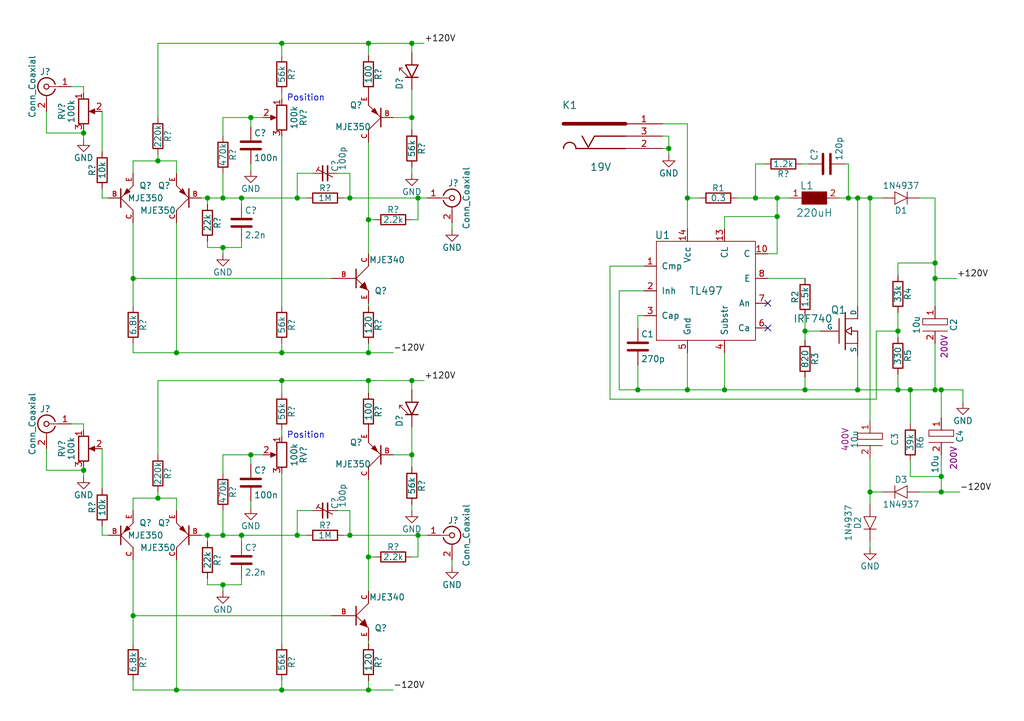
<source format=kicad_sch>
(kicad_sch (version 20211123) (generator eeschema)
  (paper "A5")
  (lib_symbols
    (symbol "BC307_1" (pin_names (offset 1.016) hide)
      (property "Reference" "Q" (at -1.016 3.556 0))
      (property "Value" "BC307_1" (at 5.334 1.524 0))
      (symbol "BC307_1_0_1"
        (polyline (pts (xy 0 0) (xy 2.54 2.54)))
        (polyline (pts (xy 0 1.905) (xy 0 -1.905) (xy 0 -1.905)) (stroke (width 0.254)) (fill (type outline)))
        (polyline (pts (xy 0.635 -0.635) (xy 0 0) (xy 0 0)))
        (polyline (pts (xy 2.54 -2.54) (xy 1.651 -1.651) (xy 1.651 -1.651)))
        (polyline (pts (xy 0.635 -0.635) (xy 1.27 -1.905) (xy 1.905 -1.27) (xy 0.635 -0.635) (xy 0.635 -0.635)) (fill (type outline)))
      )
      (symbol "BC307_1_1_1"
        (pin input line (at -2.54 0 0) (length 2.54) (name "B") (number "B"))
        (pin passive line (at 2.54 5.08 270) (length 2.54) (name "C") (number "C"))
        (pin passive line (at 2.54 -5.08 90) (length 2.54) (name "E") (number "E"))
      )
    )
    (symbol "BC307_2" (pin_names (offset 1.016) hide)
      (property "Reference" "Q" (at -1.016 3.556 0))
      (property "Value" "BC307_2" (at 5.334 1.524 0))
      (symbol "BC307_2_0_1"
        (polyline (pts (xy 0 0) (xy 2.54 2.54)))
        (polyline (pts (xy 0 1.905) (xy 0 -1.905) (xy 0 -1.905)) (stroke (width 0.254)) (fill (type outline)))
        (polyline (pts (xy 0.635 -0.635) (xy 0 0) (xy 0 0)))
        (polyline (pts (xy 2.54 -2.54) (xy 1.651 -1.651) (xy 1.651 -1.651)))
        (polyline (pts (xy 0.635 -0.635) (xy 1.27 -1.905) (xy 1.905 -1.27) (xy 0.635 -0.635) (xy 0.635 -0.635)) (fill (type outline)))
      )
      (symbol "BC307_2_1_1"
        (pin input line (at -2.54 0 0) (length 2.54) (name "B") (number "B"))
        (pin passive line (at 2.54 5.08 270) (length 2.54) (name "C") (number "C"))
        (pin passive line (at 2.54 -5.08 90) (length 2.54) (name "E") (number "E"))
      )
    )
    (symbol "Connector:Conn_Coaxial" (pin_names (offset 1.016) hide)
      (property "Reference" "J" (at 0.254 3.048 0))
      (property "Value" "Conn_Coaxial" (at 2.921 0 90))
      (symbol "Conn_Coaxial_0_1"
        (arc (start -1.778 -0.508) (mid 0.2311 -1.8066) (end 1.778 0) (stroke (width 0.254)))
        (polyline (pts (xy -2.54 0) (xy -0.508 0)))
        (polyline (pts (xy 0 -2.54) (xy 0 -1.778)))
        (circle (center 0 0) (radius 0.508) (stroke (width 0.2032)))
        (arc (start 1.778 0) (mid 0.2099 1.8101) (end -1.778 0.508) (stroke (width 0.254)))
      )
      (symbol "Conn_Coaxial_1_1"
        (pin passive line (at -5.08 0 0) (length 2.54) (name "In") (number "1"))
        (pin passive line (at 0 -5.08 90) (length 2.54) (name "Ext") (number "2"))
      )
    )
    (symbol "Device:C" (pin_numbers hide) (pin_names (offset 0.254))
      (property "Reference" "C" (at 0.635 2.54 0))
      (property "Value" "C" (at 0.635 -2.54 0))
      (symbol "C_0_1"
        (polyline (pts (xy -2.032 -0.762) (xy 2.032 -0.762)) (stroke (width 0.508)))
        (polyline (pts (xy -2.032 0.762) (xy 2.032 0.762)) (stroke (width 0.508)))
      )
      (symbol "C_1_1"
        (pin passive line (at 0 3.81 270) (length 2.794) (name "~") (number "1"))
        (pin passive line (at 0 -3.81 90) (length 2.794) (name "~") (number "2"))
      )
    )
    (symbol "Device:C_Trim_Small" (pin_numbers hide) (pin_names (offset 0.254) hide)
      (property "Reference" "C" (at 1.524 -2.032 0))
      (property "Value" "C_Trim_Small" (at 3.048 -3.556 0))
      (symbol "C_Trim_Small_0_1"
        (polyline (pts (xy -1.524 -0.508) (xy 1.524 -0.508)) (stroke (width 0.3048)))
        (polyline (pts (xy -1.524 0.508) (xy 1.524 0.508)) (stroke (width 0.3048)))
        (polyline (pts (xy 0.762 1.524) (xy -0.762 -1.524)) (stroke (width 0.1778)))
        (polyline (pts (xy 1.27 1.27) (xy 0.381 1.778)) (stroke (width 0.1778)))
      )
      (symbol "C_Trim_Small_1_1"
        (pin passive line (at 0 2.54 270) (length 2.032) (name "~") (number "1"))
        (pin passive line (at 0 -2.54 90) (length 2.032) (name "~") (number "2"))
      )
    )
    (symbol "Device:R" (pin_numbers hide) (pin_names (offset 0))
      (property "Reference" "R" (at 2.032 0 90))
      (property "Value" "R" (at 0 0 90))
      (symbol "R_0_1"
        (rectangle (start -1.016 -2.54) (end 1.016 2.54) (stroke (width 0.254)))
      )
      (symbol "R_1_1"
        (pin passive line (at 0 3.81 270) (length 1.27) (name "~") (number "1"))
        (pin passive line (at 0 -3.81 90) (length 1.27) (name "~") (number "2"))
      )
    )
    (symbol "Device:R_Potentiometer" (pin_names (offset 1.016) hide)
      (property "Reference" "RV" (at -4.445 0 90))
      (property "Value" "R_Potentiometer" (at -2.54 0 90))
      (symbol "R_Potentiometer_0_1"
        (polyline (pts (xy 2.54 0) (xy 1.524 0)))
        (polyline (pts (xy 1.143 0) (xy 2.286 0.508) (xy 2.286 -0.508) (xy 1.143 0)) (fill (type outline)))
        (rectangle (start 1.016 2.54) (end -1.016 -2.54) (stroke (width 0.254)))
      )
      (symbol "R_Potentiometer_1_1"
        (pin passive line (at 0 3.81 270) (length 1.27) (name "1") (number "1"))
        (pin passive line (at 3.81 0 180) (length 1.27) (name "2") (number "2"))
        (pin passive line (at 0 -3.81 90) (length 1.27) (name "3") (number "3"))
      )
    )
    (symbol "power:GND" (power) (pin_names (offset 0))
      (property "Value" "GND" (at 0 -3.81 0))
      (symbol "GND_0_1"
        (polyline (pts (xy 0 0) (xy 0 -1.27) (xy 1.27 -1.27) (xy 0 -2.54) (xy -1.27 -1.27) (xy 0 -1.27)))
      )
      (symbol "GND_1_1"
        (pin power_in line (at 0 0 270) (length 0) hide (name "GND") (number "1"))
      )
    )
    (symbol "rg:1N4448" (pin_numbers hide) (pin_names (offset 1.016) hide)
      (property "Reference" "D" (at 0 2.54 0))
      (property "Value" "1N4448" (at 0 -2.54 0))
      (symbol "1N4448_0_1"
        (polyline (pts (xy -1.27 1.27) (xy -1.27 -1.27)))
        (polyline (pts (xy 1.27 1.27) (xy -1.27 0) (xy 1.27 -1.27) (xy 1.27 1.27)))
      )
      (symbol "1N4448_1_1"
        (pin passive line (at -3.81 0 0) (length 2.54) (name "K") (number "1"))
        (pin passive line (at 3.81 0 180) (length 2.54) (name "A") (number "2"))
      )
    )
    (symbol "rg:2N7000" (pin_numbers hide) (pin_names (offset 0))
      (property "Reference" "Q" (at 0.254 4.318 0))
      (property "Value" "2N7000" (at 0.254 -3.81 0))
      (symbol "2N7000_0_1"
        (polyline (pts (xy -1.27 -2.54) (xy -1.27 2.54)) (stroke (width 0.2032)))
        (polyline (pts (xy 0 -3.81) (xy 0 3.81)) (stroke (width 0.254)))
        (polyline (pts (xy 2.54 -2.54) (xy 0 -2.54)))
        (polyline (pts (xy 2.54 2.54) (xy 0 2.54)))
        (polyline (pts (xy 2.54 -2.54) (xy 2.54 0) (xy 1.27 0)) (stroke (width 0.2032)))
        (polyline (pts (xy 1.27 0.762) (xy 1.27 -0.762) (xy 0 0) (xy 1.27 0.762) (xy 1.27 0.762)) (stroke (width 0.2032)))
      )
      (symbol "2N7000_1_1"
        (pin passive line (at 2.54 5.08 270) (length 2.54) (name "D") (number "D"))
        (pin input line (at -5.08 0 0) (length 3.81) (name "G") (number "G"))
        (pin passive line (at 2.54 -5.08 90) (length 2.54) (name "S") (number "S"))
      )
    )
    (symbol "rg:BC237" (pin_names (offset 1.016) hide)
      (property "Reference" "Q" (at 5.08 -2.54 0))
      (property "Value" "BC237" (at 6.35 3.81 0))
      (symbol "BC237_0_1"
        (polyline (pts (xy 0 0) (xy 2.54 2.54)))
        (polyline (pts (xy 0 1.905) (xy 0 -1.905) (xy 0 -1.905)) (stroke (width 0.254)))
        (polyline (pts (xy 1.27 -1.27) (xy 0 0) (xy 0 0)))
        (polyline (pts (xy 2.286 -2.286) (xy 2.54 -2.54) (xy 2.54 -2.54)))
        (polyline (pts (xy 2.286 -2.286) (xy 1.778 -0.762) (xy 0.762 -1.778) (xy 2.286 -2.286) (xy 2.286 -2.286)) (fill (type outline)))
      )
      (symbol "BC237_1_1"
        (pin input line (at -5.08 0 0) (length 5.08) (name "B") (number "B"))
        (pin passive line (at 2.54 5.08 270) (length 2.54) (name "C") (number "C"))
        (pin passive line (at 2.54 -5.08 90) (length 2.54) (name "E") (number "E"))
      )
    )
    (symbol "rg:ELKO" (pin_names (offset 1.016))
      (property "Reference" "C" (at -1.27 3.81 0))
      (property "Value" "ELKO" (at -1.27 -3.81 0))
      (property "Voltage" "63V" (at -1.27 -5.715 0))
      (symbol "ELKO_0_1"
        (rectangle (start -2.54 2.54) (end -1.27 -2.54))
        (polyline (pts (xy 0 2.54) (xy 0 -2.54) (xy 0 -2.54)))
      )
      (symbol "ELKO_1_1"
        (pin passive line (at -5.08 0 0) (length 2.54) (name "~") (number "1"))
        (pin passive line (at 2.54 0 180) (length 2.54) (name "~") (number "2"))
      )
    )
    (symbol "rg:INDUCTOR" (pin_names (offset 1.016))
      (property "Reference" "L" (at -1.524 2.54 0))
      (property "Value" "INDUCTOR" (at 0 -3.048 0))
      (symbol "INDUCTOR_0_1"
        (rectangle (start -2.54 1.27) (end 2.54 -1.27) (fill (type outline)))
      )
      (symbol "INDUCTOR_1_1"
        (pin input line (at -5.08 0 0) (length 2.54) (name "~") (number "1"))
        (pin input line (at 5.08 0 180) (length 2.54) (name "~") (number "2"))
      )
    )
    (symbol "rg:LED" (pin_numbers hide) (pin_names (offset 1.016) hide)
      (property "Reference" "D" (at -2.54 2.54 0))
      (symbol "LED_0_1"
        (polyline (pts (xy -1.27 -1.27) (xy -1.27 1.27)) (stroke (width 0.254)))
        (polyline (pts (xy 0.635 2.54) (xy 0.635 1.905)))
        (polyline (pts (xy -1.27 0.635) (xy 0.635 2.54) (xy 0 2.54)))
        (polyline (pts (xy 1.27 -1.27) (xy 1.27 1.27) (xy -1.27 0) (xy 1.27 -1.27)) (stroke (width 0.254)))
      )
      (symbol "LED_1_1"
        (pin passive line (at 3.81 0 180) (length 2.54) (name "A") (number "A"))
        (pin passive line (at -3.81 0 0) (length 2.54) (name "K") (number "K"))
      )
    )
    (symbol "rg:POWER_COAX" (pin_names (offset 1.016))
      (property "Reference" "K" (at -5.08 3.81 0))
      (property "Value" "POWER_COAX" (at 1.27 -8.89 0))
      (symbol "POWER_COAX_0_1"
        (rectangle (start -6.35 0) (end 6.35 0) (stroke (width 0.762)))
        (arc (start -3.81 -5.08) (mid -5.08 -3.81) (end -6.35 -5.08) (stroke (width 0.254)))
        (rectangle (start -3.81 -5.08) (end 6.35 -5.08) (stroke (width 0.254)))
        (polyline (pts (xy -2.54 -2.54) (xy -1.27 -4.826) (xy 0 -2.54) (xy 6.35 -2.54) (xy 6.35 -2.54)) (stroke (width 0.254)))
      )
      (symbol "POWER_COAX_1_1"
        (pin passive line (at 13.97 0 180) (length 7.62) (name "~") (number "1"))
        (pin passive line (at 13.97 -5.08 180) (length 7.62) (name "~") (number "2"))
        (pin passive line (at 13.97 -2.54 180) (length 7.62) (name "~") (number "3"))
      )
    )
    (symbol "rg:TL497" (pin_names (offset 1.016))
      (property "Reference" "U" (at -8.89 11.43 0))
      (property "Value" "TL497" (at 0 0 0))
      (symbol "TL497_0_1"
        (rectangle (start -10.16 10.16) (end 10.16 -10.16))
      )
      (symbol "TL497_1_1"
        (pin input line (at -12.7 5.08 0) (length 2.54) (name "Cmp") (number "1"))
        (pin input line (at 12.7 7.62 180) (length 2.54) (name "C") (number "10"))
        (pin input line (at 3.81 12.7 270) (length 2.54) (name "CL") (number "13"))
        (pin input line (at -3.81 12.7 270) (length 2.54) (name "Vcc") (number "14"))
        (pin input line (at -12.7 0 0) (length 2.54) (name "Inh") (number "2"))
        (pin input line (at -12.7 -5.08 0) (length 2.54) (name "Cap") (number "3"))
        (pin input line (at 3.81 -12.7 90) (length 2.54) (name "Substr") (number "4"))
        (pin input line (at -3.81 -12.7 90) (length 2.54) (name "Gnd") (number "5"))
        (pin input line (at 12.7 -7.62 180) (length 2.54) (name "Ca") (number "6"))
        (pin input line (at 12.7 -2.54 180) (length 2.54) (name "An") (number "7"))
        (pin input line (at 12.7 2.54 180) (length 2.54) (name "E") (number "8"))
      )
    )
  )
  (junction (at 36.195 141.605))
  (junction (at 130.81 80.01))
  (junction (at 191.77 57.15))
  (junction (at 137.16 30.48))
  (junction (at 75.565 45.085))
  (junction (at 184.15 67.945))
  (junction (at 175.895 40.64))
  (junction (at 51.435 24.13))
  (junction (at 84.455 78.105))
  (junction (at 57.785 72.39))
  (junction (at 178.435 40.64))
  (junction (at 84.455 8.89))
  (junction (at 165.1 80.01))
  (junction (at 51.435 93.345))
  (junction (at 193.04 97.79))
  (junction (at 42.545 109.855))
  (junction (at 71.755 109.855))
  (junction (at 27.305 126.365))
  (junction (at 49.53 40.64))
  (junction (at 27.305 57.15))
  (junction (at 140.97 80.01))
  (junction (at 49.53 109.855))
  (junction (at 184.15 80.01))
  (junction (at 57.785 141.605))
  (junction (at 42.545 40.64))
  (junction (at 148.59 80.01))
  (junction (at 186.69 80.01))
  (junction (at 75.565 78.105))
  (junction (at 178.435 100.965))
  (junction (at 75.565 72.39))
  (junction (at 85.725 109.855))
  (junction (at 32.385 33.02))
  (junction (at 75.565 114.3))
  (junction (at 159.385 40.64))
  (junction (at 75.565 141.605))
  (junction (at 45.72 50.8))
  (junction (at 191.77 53.975))
  (junction (at 191.77 80.01))
  (junction (at 85.725 40.64))
  (junction (at 57.785 8.89))
  (junction (at 17.145 96.52))
  (junction (at 45.72 109.855))
  (junction (at 165.1 67.945))
  (junction (at 154.94 40.64))
  (junction (at 193.04 80.01))
  (junction (at 57.785 78.105))
  (junction (at 84.455 93.345))
  (junction (at 60.96 40.64))
  (junction (at 17.145 27.305))
  (junction (at 140.97 40.64))
  (junction (at 32.385 102.235))
  (junction (at 60.96 109.855))
  (junction (at 45.72 120.015))
  (junction (at 45.72 40.64))
  (junction (at 193.04 100.965))
  (junction (at 159.385 44.45))
  (junction (at 84.455 24.13))
  (junction (at 175.895 80.01))
  (junction (at 75.565 8.89))
  (junction (at 173.99 40.64))
  (junction (at 36.195 72.39))
  (junction (at 71.755 40.64))
  (no_connect (at 157.48 62.23))
  (no_connect (at 157.48 67.31))
  (wire (pts (xy 20.955 38.735) (xy 20.955 40.64)))
  (wire (pts (xy 32.385 8.89) (xy 57.785 8.89)))
  (wire (pts (xy 27.305 57.15) (xy 27.305 62.865)))
  (wire (pts (xy 188.595 100.965) (xy 193.04 100.965)))
  (wire (pts (xy 27.305 57.15) (xy 67.945 57.15)))
  (wire (pts (xy 80.645 93.345) (xy 84.455 93.345)))
  (wire (pts (xy 178.435 40.64) (xy 180.975 40.64)))
  (wire (pts (xy 75.565 62.23) (xy 75.565 62.865)))
  (wire (pts (xy 154.94 40.64) (xy 159.385 40.64)))
  (wire (pts (xy 165.1 80.01) (xy 175.895 80.01)))
  (wire (pts (xy 36.195 72.39) (xy 57.785 72.39)))
  (wire (pts (xy 49.53 40.64) (xy 49.53 41.91)))
  (wire (pts (xy 75.565 141.605) (xy 57.785 141.605)))
  (wire (pts (xy 51.435 24.13) (xy 53.975 24.13)))
  (wire (pts (xy 75.565 72.39) (xy 57.785 72.39)))
  (wire (pts (xy 178.435 100.965) (xy 178.435 103.505)))
  (wire (pts (xy 20.955 107.95) (xy 20.955 109.855)))
  (wire (pts (xy 159.385 44.45) (xy 159.385 40.64)))
  (wire (pts (xy 60.96 104.775) (xy 60.96 109.855)))
  (wire (pts (xy 57.785 8.89) (xy 57.785 11.43)))
  (wire (pts (xy 45.72 35.56) (xy 45.72 40.64)))
  (wire (pts (xy 178.435 111.125) (xy 178.435 112.395)))
  (wire (pts (xy 188.595 40.64) (xy 191.77 40.64)))
  (wire (pts (xy 165.1 69.85) (xy 165.1 67.945)))
  (wire (pts (xy 175.895 73.025) (xy 175.895 80.01)))
  (wire (pts (xy 42.545 40.64) (xy 45.72 40.64)))
  (wire (pts (xy 14.605 86.995) (xy 17.145 86.995)))
  (wire (pts (xy 84.455 34.29) (xy 84.455 35.56)))
  (wire (pts (xy 191.77 57.15) (xy 191.77 62.865)))
  (wire (pts (xy 186.69 97.79) (xy 193.04 97.79)))
  (wire (pts (xy 156.845 33.655) (xy 154.94 33.655)))
  (wire (pts (xy 71.755 40.64) (xy 85.725 40.64)))
  (wire (pts (xy 165.1 67.945) (xy 165.1 64.77)))
  (wire (pts (xy 148.59 80.01) (xy 165.1 80.01)))
  (wire (pts (xy 186.69 94.615) (xy 186.69 97.79)))
  (wire (pts (xy 17.145 86.995) (xy 17.145 88.265)))
  (wire (pts (xy 184.15 53.975) (xy 191.77 53.975)))
  (wire (pts (xy 32.385 31.75) (xy 32.385 33.02)))
  (wire (pts (xy 27.305 141.605) (xy 27.305 139.7)))
  (wire (pts (xy 191.77 40.64) (xy 191.77 53.975)))
  (wire (pts (xy 140.97 72.39) (xy 140.97 80.01)))
  (wire (pts (xy 57.785 78.105) (xy 57.785 80.645)))
  (wire (pts (xy 20.955 92.075) (xy 20.955 100.33)))
  (wire (pts (xy 32.385 78.105) (xy 57.785 78.105)))
  (wire (pts (xy 84.455 8.89) (xy 84.455 10.795)))
  (wire (pts (xy 49.53 109.855) (xy 60.96 109.855)))
  (wire (pts (xy 14.605 17.78) (xy 17.145 17.78)))
  (wire (pts (xy 57.785 8.89) (xy 75.565 8.89)))
  (wire (pts (xy 140.97 25.4) (xy 140.97 40.64)))
  (wire (pts (xy 184.15 64.135) (xy 184.15 67.945)))
  (wire (pts (xy 45.72 50.8) (xy 49.53 50.8)))
  (wire (pts (xy 20.955 22.86) (xy 20.955 31.115)))
  (wire (pts (xy 193.04 80.01) (xy 197.485 80.01)))
  (wire (pts (xy 165.1 67.945) (xy 168.275 67.945)))
  (wire (pts (xy 45.72 104.775) (xy 45.72 109.855)))
  (wire (pts (xy 184.15 80.01) (xy 184.15 76.835)))
  (wire (pts (xy 132.08 59.69) (xy 127 59.69)))
  (wire (pts (xy 42.545 49.53) (xy 42.545 50.8)))
  (wire (pts (xy 71.755 104.775) (xy 71.755 109.855)))
  (wire (pts (xy 75.565 114.3) (xy 76.835 114.3)))
  (wire (pts (xy 75.565 98.425) (xy 75.565 114.3)))
  (wire (pts (xy 84.455 45.085) (xy 85.725 45.085)))
  (wire (pts (xy 193.04 93.345) (xy 193.04 97.79)))
  (wire (pts (xy 92.71 45.72) (xy 92.71 46.99)))
  (wire (pts (xy 45.72 24.13) (xy 51.435 24.13)))
  (wire (pts (xy 60.96 109.855) (xy 62.865 109.855)))
  (wire (pts (xy 45.72 97.155) (xy 45.72 93.345)))
  (wire (pts (xy 27.305 126.365) (xy 67.945 126.365)))
  (wire (pts (xy 42.545 50.8) (xy 45.72 50.8)))
  (wire (pts (xy 157.48 57.15) (xy 165.1 57.15)))
  (wire (pts (xy 57.785 19.05) (xy 57.785 20.32)))
  (wire (pts (xy 42.545 118.745) (xy 42.545 120.015)))
  (wire (pts (xy 151.13 40.64) (xy 154.94 40.64)))
  (wire (pts (xy 75.565 131.445) (xy 75.565 132.08)))
  (wire (pts (xy 20.955 40.64) (xy 22.225 40.64)))
  (wire (pts (xy 159.385 40.64) (xy 161.925 40.64)))
  (wire (pts (xy 17.145 96.52) (xy 17.145 97.79)))
  (wire (pts (xy 80.645 24.13) (xy 84.455 24.13)))
  (wire (pts (xy 148.59 44.45) (xy 159.385 44.45)))
  (wire (pts (xy 186.69 80.01) (xy 191.77 80.01)))
  (wire (pts (xy 49.53 40.64) (xy 60.96 40.64)))
  (wire (pts (xy 36.195 45.72) (xy 36.195 72.39)))
  (wire (pts (xy 172.085 40.64) (xy 173.99 40.64)))
  (wire (pts (xy 193.04 100.965) (xy 193.04 97.79)))
  (wire (pts (xy 41.275 109.855) (xy 42.545 109.855)))
  (wire (pts (xy 51.435 95.25) (xy 51.435 93.345)))
  (wire (pts (xy 70.485 109.855) (xy 71.755 109.855)))
  (wire (pts (xy 157.48 52.07) (xy 159.385 52.07)))
  (wire (pts (xy 84.455 114.3) (xy 85.725 114.3)))
  (wire (pts (xy 49.53 109.855) (xy 49.53 111.125)))
  (wire (pts (xy 84.455 93.345) (xy 84.455 95.885)))
  (wire (pts (xy 175.895 40.64) (xy 175.895 62.865)))
  (wire (pts (xy 9.525 96.52) (xy 17.145 96.52)))
  (wire (pts (xy 75.565 70.485) (xy 75.565 72.39)))
  (wire (pts (xy 84.455 24.13) (xy 84.455 26.67)))
  (wire (pts (xy 92.71 114.935) (xy 92.71 116.205)))
  (wire (pts (xy 17.145 27.305) (xy 17.145 28.575)))
  (wire (pts (xy 9.525 92.075) (xy 9.525 96.52)))
  (wire (pts (xy 27.305 45.72) (xy 27.305 57.15)))
  (wire (pts (xy 57.785 88.265) (xy 57.785 89.535)))
  (wire (pts (xy 41.275 40.64) (xy 42.545 40.64)))
  (wire (pts (xy 178.435 93.98) (xy 178.435 100.965)))
  (wire (pts (xy 191.77 80.01) (xy 193.04 80.01)))
  (wire (pts (xy 127 80.01) (xy 130.81 80.01)))
  (wire (pts (xy 193.04 100.965) (xy 196.85 100.965)))
  (wire (pts (xy 75.565 141.605) (xy 80.645 141.605)))
  (wire (pts (xy 20.955 109.855) (xy 22.225 109.855)))
  (wire (pts (xy 140.97 40.64) (xy 143.51 40.64)))
  (wire (pts (xy 9.525 22.86) (xy 9.525 27.305)))
  (wire (pts (xy 130.81 80.01) (xy 140.97 80.01)))
  (wire (pts (xy 84.455 87.63) (xy 84.455 93.345)))
  (wire (pts (xy 45.72 40.64) (xy 49.53 40.64)))
  (wire (pts (xy 49.53 120.015) (xy 49.53 118.745)))
  (wire (pts (xy 85.725 40.64) (xy 87.63 40.64)))
  (wire (pts (xy 45.72 50.8) (xy 45.72 52.07)))
  (wire (pts (xy 178.435 40.64) (xy 178.435 86.36)))
  (wire (pts (xy 57.785 27.94) (xy 57.785 62.865)))
  (wire (pts (xy 45.72 27.94) (xy 45.72 24.13)))
  (wire (pts (xy 154.94 33.655) (xy 154.94 40.64)))
  (wire (pts (xy 179.705 67.945) (xy 184.15 67.945)))
  (wire (pts (xy 51.435 33.655) (xy 51.435 34.925)))
  (wire (pts (xy 135.89 25.4) (xy 140.97 25.4)))
  (wire (pts (xy 137.16 27.94) (xy 137.16 30.48)))
  (wire (pts (xy 60.96 35.56) (xy 60.96 40.64)))
  (wire (pts (xy 27.305 72.39) (xy 27.305 70.485)))
  (wire (pts (xy 71.755 109.855) (xy 85.725 109.855)))
  (wire (pts (xy 125.095 54.61) (xy 125.095 81.915)))
  (wire (pts (xy 60.96 40.64) (xy 62.865 40.64)))
  (wire (pts (xy 135.89 30.48) (xy 137.16 30.48)))
  (wire (pts (xy 45.72 120.015) (xy 45.72 121.285)))
  (wire (pts (xy 27.305 126.365) (xy 27.305 132.08)))
  (wire (pts (xy 130.81 74.93) (xy 130.81 80.01)))
  (wire (pts (xy 148.59 44.45) (xy 148.59 46.99)))
  (wire (pts (xy 75.565 8.89) (xy 75.565 11.43)))
  (wire (pts (xy 27.305 72.39) (xy 36.195 72.39)))
  (wire (pts (xy 75.565 139.7) (xy 75.565 141.605)))
  (wire (pts (xy 36.195 33.02) (xy 32.385 33.02)))
  (wire (pts (xy 184.15 56.515) (xy 184.15 53.975)))
  (wire (pts (xy 17.145 95.885) (xy 17.145 96.52)))
  (wire (pts (xy 148.59 72.39) (xy 148.59 80.01)))
  (wire (pts (xy 27.305 114.935) (xy 27.305 126.365)))
  (wire (pts (xy 71.755 35.56) (xy 71.755 40.64)))
  (wire (pts (xy 186.69 80.01) (xy 186.69 86.995)))
  (wire (pts (xy 27.305 102.235) (xy 27.305 104.775)))
  (wire (pts (xy 178.435 40.64) (xy 175.895 40.64)))
  (wire (pts (xy 125.095 81.915) (xy 179.705 81.915)))
  (wire (pts (xy 75.565 72.39) (xy 80.645 72.39)))
  (wire (pts (xy 173.99 33.655) (xy 173.99 40.64)))
  (wire (pts (xy 45.72 93.345) (xy 51.435 93.345)))
  (wire (pts (xy 137.16 30.48) (xy 137.16 31.75)))
  (wire (pts (xy 135.89 27.94) (xy 137.16 27.94)))
  (wire (pts (xy 85.725 109.855) (xy 85.725 114.3)))
  (wire (pts (xy 51.435 26.035) (xy 51.435 24.13)))
  (wire (pts (xy 57.785 139.7) (xy 57.785 141.605)))
  (wire (pts (xy 9.525 27.305) (xy 17.145 27.305)))
  (wire (pts (xy 36.195 104.775) (xy 36.195 102.235)))
  (wire (pts (xy 84.455 78.105) (xy 84.455 80.01)))
  (wire (pts (xy 32.385 100.965) (xy 32.385 102.235)))
  (wire (pts (xy 130.81 64.77) (xy 130.81 67.31)))
  (wire (pts (xy 32.385 102.235) (xy 27.305 102.235)))
  (wire (pts (xy 75.565 29.21) (xy 75.565 45.085)))
  (wire (pts (xy 75.565 45.085) (xy 76.835 45.085)))
  (wire (pts (xy 32.385 8.89) (xy 32.385 24.13)))
  (wire (pts (xy 75.565 78.105) (xy 84.455 78.105)))
  (wire (pts (xy 27.305 141.605) (xy 36.195 141.605)))
  (wire (pts (xy 27.305 33.02) (xy 27.305 35.56)))
  (wire (pts (xy 42.545 109.855) (xy 42.545 111.125)))
  (wire (pts (xy 17.145 17.78) (xy 17.145 19.05)))
  (wire (pts (xy 191.77 53.975) (xy 191.77 57.15)))
  (wire (pts (xy 173.355 33.655) (xy 173.99 33.655)))
  (wire (pts (xy 57.785 97.155) (xy 57.785 132.08)))
  (wire (pts (xy 42.545 40.64) (xy 42.545 41.91)))
  (wire (pts (xy 69.215 35.56) (xy 71.755 35.56)))
  (wire (pts (xy 178.435 100.965) (xy 180.975 100.965)))
  (wire (pts (xy 51.435 102.87) (xy 51.435 104.14)))
  (wire (pts (xy 45.72 120.015) (xy 49.53 120.015)))
  (wire (pts (xy 64.135 35.56) (xy 60.96 35.56)))
  (wire (pts (xy 191.77 70.485) (xy 191.77 80.01)))
  (wire (pts (xy 84.455 103.505) (xy 84.455 104.775)))
  (wire (pts (xy 184.15 80.01) (xy 186.69 80.01)))
  (wire (pts (xy 179.705 81.915) (xy 179.705 67.945)))
  (wire (pts (xy 132.08 64.77) (xy 130.81 64.77)))
  (wire (pts (xy 140.97 40.64) (xy 140.97 46.99)))
  (wire (pts (xy 57.785 78.105) (xy 75.565 78.105)))
  (wire (pts (xy 42.545 120.015) (xy 45.72 120.015)))
  (wire (pts (xy 32.385 33.02) (xy 27.305 33.02)))
  (wire (pts (xy 36.195 102.235) (xy 32.385 102.235)))
  (wire (pts (xy 51.435 93.345) (xy 53.975 93.345)))
  (wire (pts (xy 159.385 44.45) (xy 159.385 52.07)))
  (wire (pts (xy 85.725 40.64) (xy 85.725 45.085)))
  (wire (pts (xy 84.455 8.89) (xy 86.995 8.89)))
  (wire (pts (xy 84.455 78.105) (xy 86.995 78.105)))
  (wire (pts (xy 197.485 80.01) (xy 197.485 82.55)))
  (wire (pts (xy 70.485 40.64) (xy 71.755 40.64)))
  (wire (pts (xy 140.97 80.01) (xy 148.59 80.01)))
  (wire (pts (xy 32.385 78.105) (xy 32.385 93.345)))
  (wire (pts (xy 127 59.69) (xy 127 80.01)))
  (wire (pts (xy 132.08 54.61) (xy 125.095 54.61)))
  (wire (pts (xy 84.455 18.415) (xy 84.455 24.13)))
  (wire (pts (xy 191.77 57.15) (xy 196.215 57.15)))
  (wire (pts (xy 42.545 109.855) (xy 45.72 109.855)))
  (wire (pts (xy 36.195 114.935) (xy 36.195 141.605)))
  (wire (pts (xy 75.565 114.3) (xy 75.565 121.285)))
  (wire (pts (xy 69.215 104.775) (xy 71.755 104.775)))
  (wire (pts (xy 184.15 67.945) (xy 184.15 69.215)))
  (wire (pts (xy 85.725 109.855) (xy 87.63 109.855)))
  (wire (pts (xy 57.785 70.485) (xy 57.785 72.39)))
  (wire (pts (xy 36.195 141.605) (xy 57.785 141.605)))
  (wire (pts (xy 45.72 109.855) (xy 49.53 109.855)))
  (wire (pts (xy 75.565 78.105) (xy 75.565 80.645)))
  (wire (pts (xy 49.53 50.8) (xy 49.53 49.53)))
  (wire (pts (xy 75.565 45.085) (xy 75.565 52.07)))
  (wire (pts (xy 193.04 85.725) (xy 193.04 80.01)))
  (wire (pts (xy 75.565 8.89) (xy 84.455 8.89)))
  (wire (pts (xy 164.465 33.655) (xy 165.735 33.655)))
  (wire (pts (xy 175.895 80.01) (xy 184.15 80.01)))
  (wire (pts (xy 64.135 104.775) (xy 60.96 104.775)))
  (wire (pts (xy 17.145 26.67) (xy 17.145 27.305)))
  (wire (pts (xy 36.195 35.56) (xy 36.195 33.02)))
  (wire (pts (xy 165.1 77.47) (xy 165.1 80.01)))
  (wire (pts (xy 173.99 40.64) (xy 175.895 40.64)))
  (text "Position" (at 66.675 90.17 180) (effects (font (size 1.27 1.27)) (justify right bottom)))
  (text "Position" (at 66.675 20.955 180) (effects (font (size 1.27 1.27)) (justify right bottom)))
  (label "-120V" (at 196.85 100.965 0))
  (label "-120V" (at 80.645 141.605 0))
  (label "+120V" (at 86.995 8.89 0))
  (label "+120V" (at 86.995 78.105 0))
  (label "+120V" (at 196.215 57.15 0))
  (label "-120V" (at 80.645 72.39 0))
  (symbol (lib_id "Device:C") (at 51.435 29.845 0) (unit 1)
    (property "Reference" "C?" (at 52.07 27.305 0) (effects (justify left)))
    (property "Value" "100n" (at 52.07 32.385 0) (effects (justify left)))
  )
  (symbol (lib_id "Device:R_Potentiometer") (at 57.785 93.345 0) (mirror y) (unit 1)
    (property "Reference" "RV?" (at 62.23 93.345 90))
    (property "Value" "100k" (at 60.325 93.345 90))
  )
  (symbol (lib_id "Device:R") (at 66.675 109.855 90) (unit 1)
    (property "Reference" "R?" (at 66.675 107.823 90))
    (property "Value" "1M" (at 66.675 109.855 90))
  )
  (symbol (lib_name "BC307_1") (lib_id "rg:BC307") (at 38.735 40.64 180) (unit 1)
    (property "Reference" "Q?" (at 33.655 38.1 0))
    (property "Value" "MJE350" (at 32.385 43.18 0))
  )
  (symbol (lib_id "Device:R") (at 84.455 99.695 0) (unit 1)
    (property "Reference" "R?" (at 86.487 99.695 90))
    (property "Value" "56k" (at 84.455 99.695 90))
  )
  (symbol (lib_id "Connector:Conn_Coaxial") (at 9.525 86.995 0) (mirror y) (unit 1)
    (property "Reference" "J?" (at 9.271 83.947 0))
    (property "Value" "Conn_Coaxial" (at 6.604 86.995 90))
    (property "Datasheet" " ~" (effects hide))
  )
  (symbol (lib_id "Device:R") (at 165.1 60.96 180) (unit 1)
    (property "Reference" "R2" (at 163.068 60.96 90))
    (property "Value" "1.5k" (at 165.1 60.96 90))
  )
  (symbol (lib_id "power:GND") (at 197.485 82.55 0) (unit 1)
    (property "Reference" "#PWR01" (effects hide))
    (property "Value" "GND" (at 197.485 86.36 0))
  )
  (symbol (lib_id "rg:POWER_COAX") (at 121.92 25.4 0) (unit 1)
    (property "Reference" "K1" (at 116.84 21.59 0) (effects (font (size 1.524 1.524))))
    (property "Value" "19V" (at 123.19 34.29 0) (effects (font (size 1.524 1.524))))
  )
  (symbol (lib_name "BC307_1") (lib_id "rg:BC307") (at 24.765 40.64 0) (mirror x) (unit 1)
    (property "Reference" "Q?" (at 29.845 38.1 0))
    (property "Value" "MJE350" (at 29.845 40.64 0))
  )
  (symbol (lib_id "power:GND") (at 92.71 116.205 0) (unit 1)
    (property "Reference" "#PWR?" (effects hide))
    (property "Value" "GND" (at 92.71 120.015 0))
  )
  (symbol (lib_id "power:GND") (at 84.455 35.56 0) (unit 1)
    (property "Reference" "#PWR?" (effects hide))
    (property "Value" "GND" (at 84.455 39.37 0))
  )
  (symbol (lib_name "BC307_1") (lib_id "rg:BC307") (at 24.765 109.855 0) (mirror x) (unit 1)
    (property "Reference" "Q?" (at 29.845 107.315 0))
    (property "Value" "MJE350" (at 29.845 109.855 0))
  )
  (symbol (lib_id "Device:C_Trim_Small") (at 66.675 35.56 90) (unit 1)
    (property "Reference" "C?" (at 68.707 34.036 0))
    (property "Value" "100p" (at 70.231 32.512 0))
  )
  (symbol (lib_id "Connector:Conn_Coaxial") (at 92.71 40.64 0) (unit 1)
    (property "Reference" "J?" (at 92.964 37.592 0))
    (property "Value" "Conn_Coaxial" (at 95.631 40.64 90))
    (property "Datasheet" " ~" (effects hide))
  )
  (symbol (lib_id "Device:R") (at 160.655 33.655 90) (mirror x) (unit 1)
    (property "Reference" "R?" (at 160.655 35.687 90))
    (property "Value" "1.2k" (at 160.655 33.655 90))
  )
  (symbol (lib_id "power:GND") (at 51.435 104.14 0) (unit 1)
    (property "Reference" "#PWR?" (effects hide))
    (property "Value" "GND" (at 51.435 107.95 0))
  )
  (symbol (lib_id "power:GND") (at 178.435 112.395 0) (unit 1)
    (property "Reference" "#PWR03" (effects hide))
    (property "Value" "GND" (at 178.435 116.205 0))
  )
  (symbol (lib_id "Device:R") (at 57.785 15.24 0) (unit 1)
    (property "Reference" "R?" (at 59.817 15.24 90))
    (property "Value" "56k" (at 57.785 15.24 90))
  )
  (symbol (lib_id "Device:R_Potentiometer") (at 17.145 22.86 0) (unit 1)
    (property "Reference" "RV?" (at 12.7 22.86 90))
    (property "Value" "100k" (at 14.605 22.86 90))
  )
  (symbol (lib_id "Device:R") (at 27.305 135.89 0) (unit 1)
    (property "Reference" "R?" (at 29.337 135.89 90))
    (property "Value" "6.8k" (at 27.305 135.89 90))
  )
  (symbol (lib_id "rg:INDUCTOR") (at 167.005 40.64 0) (unit 1)
    (property "Reference" "L1" (at 165.481 38.1 0) (effects (font (size 1.524 1.524))))
    (property "Value" "220uH" (at 167.005 43.688 0) (effects (font (size 1.524 1.524))))
    (property "Footprint" "RG:R4-2" (effects hide))
  )
  (symbol (lib_id "rg:ELKO") (at 191.77 67.945 270) (unit 1)
    (property "Reference" "C2" (at 195.58 66.675 0))
    (property "Value" "10u" (at 187.96 66.675 0))
    (property "Voltage" "200V" (at 193.675 71.12 0))
  )
  (symbol (lib_id "rg:LED") (at 84.455 83.82 90) (unit 1)
    (property "Reference" "D?" (at 81.915 86.36 0))
    (property "Value" "LED" (effects hide))
  )
  (symbol (lib_id "power:GND") (at 45.72 52.07 0) (unit 1)
    (property "Reference" "#PWR?" (effects hide))
    (property "Value" "GND" (at 45.72 55.88 0))
  )
  (symbol (lib_id "Device:C") (at 130.81 71.12 0) (unit 1)
    (property "Reference" "C1" (at 131.445 68.58 0) (effects (justify left)))
    (property "Value" "270p" (at 131.445 73.66 0) (effects (justify left)))
  )
  (symbol (lib_id "Device:R") (at 186.69 90.805 0) (unit 1)
    (property "Reference" "R6" (at 188.722 90.805 90))
    (property "Value" "39k" (at 186.69 90.805 90))
  )
  (symbol (lib_id "Device:R") (at 42.545 45.72 0) (unit 1)
    (property "Reference" "R?" (at 44.577 45.72 90))
    (property "Value" "22k" (at 42.545 45.72 90))
  )
  (symbol (lib_id "rg:BC237") (at 73.025 126.365 0) (unit 1)
    (property "Reference" "Q?" (at 78.105 128.905 0))
    (property "Value" "MJE340" (at 79.375 122.555 0))
    (property "Footprint" "TO92-EBC" (effects hide))
  )
  (symbol (lib_id "Device:C") (at 49.53 114.935 0) (unit 1)
    (property "Reference" "C?" (at 50.165 112.395 0) (effects (justify left)))
    (property "Value" "2.2n" (at 50.165 117.475 0) (effects (justify left)))
  )
  (symbol (lib_id "Device:R") (at 80.645 45.085 90) (unit 1)
    (property "Reference" "R?" (at 80.645 43.053 90))
    (property "Value" "2.2k" (at 80.645 45.085 90))
  )
  (symbol (lib_id "power:GND") (at 17.145 28.575 0) (unit 1)
    (property "Reference" "#PWR?" (effects hide))
    (property "Value" "GND" (at 17.145 32.385 0))
  )
  (symbol (lib_id "Device:R") (at 75.565 84.455 0) (unit 1)
    (property "Reference" "R?" (at 77.597 84.455 90))
    (property "Value" "100" (at 75.565 84.455 90))
  )
  (symbol (lib_id "power:GND") (at 17.145 97.79 0) (unit 1)
    (property "Reference" "#PWR?" (effects hide))
    (property "Value" "GND" (at 17.145 101.6 0))
  )
  (symbol (lib_id "Device:R") (at 84.455 30.48 0) (unit 1)
    (property "Reference" "R?" (at 86.487 30.48 90))
    (property "Value" "56k" (at 84.455 30.48 90))
  )
  (symbol (lib_id "rg:1N4448") (at 178.435 107.315 90) (unit 1)
    (property "Reference" "D2" (at 175.895 107.315 0))
    (property "Value" "1N4937" (at 173.99 107.315 0))
    (property "Footprint" "Diode_THT:D_DO-35_SOD27_P7.62mm_Horizontal" (effects hide))
  )
  (symbol (lib_id "Device:R") (at 184.15 73.025 0) (unit 1)
    (property "Reference" "R5" (at 186.182 73.025 90))
    (property "Value" "330" (at 184.15 73.025 90))
  )
  (symbol (lib_id "Device:R") (at 20.955 34.925 180) (unit 1)
    (property "Reference" "R?" (at 18.923 34.925 90))
    (property "Value" "10k" (at 20.955 34.925 90))
  )
  (symbol (lib_id "rg:TL497") (at 144.78 59.69 0) (unit 1)
    (property "Reference" "U1" (at 135.89 48.26 0) (effects (font (size 1.524 1.524))))
    (property "Value" "TL497" (at 144.78 59.69 0) (effects (font (size 1.524 1.524))))
  )
  (symbol (lib_name "BC307_2") (lib_id "rg:BC307") (at 78.105 24.13 180) (unit 1)
    (property "Reference" "Q?" (at 73.025 21.59 0))
    (property "Value" "MJE350" (at 72.39 26.035 0))
  )
  (symbol (lib_id "Device:R") (at 20.955 104.14 180) (unit 1)
    (property "Reference" "R?" (at 18.923 104.14 90))
    (property "Value" "10k" (at 20.955 104.14 90))
  )
  (symbol (lib_id "Device:R_Potentiometer") (at 17.145 92.075 0) (unit 1)
    (property "Reference" "RV?" (at 12.7 92.075 90))
    (property "Value" "100k" (at 14.605 92.075 90))
  )
  (symbol (lib_id "Device:R_Potentiometer") (at 57.785 24.13 0) (mirror y) (unit 1)
    (property "Reference" "RV?" (at 62.23 24.13 90))
    (property "Value" "100k" (at 60.325 24.13 90))
  )
  (symbol (lib_id "Connector:Conn_Coaxial") (at 9.525 17.78 0) (mirror y) (unit 1)
    (property "Reference" "J?" (at 9.271 14.732 0))
    (property "Value" "Conn_Coaxial" (at 6.604 17.78 90))
    (property "Datasheet" " ~" (effects hide))
  )
  (symbol (lib_id "Device:C") (at 169.545 33.655 90) (unit 1)
    (property "Reference" "C?" (at 167.005 33.02 0) (effects (justify left)))
    (property "Value" "120p" (at 172.085 33.02 0) (effects (justify left)))
  )
  (symbol (lib_id "Device:R") (at 184.15 60.325 0) (unit 1)
    (property "Reference" "R4" (at 186.182 60.325 90))
    (property "Value" "33k" (at 184.15 60.325 90))
  )
  (symbol (lib_name "BC307_1") (lib_id "rg:BC307") (at 38.735 109.855 180) (unit 1)
    (property "Reference" "Q?" (at 33.655 107.315 0))
    (property "Value" "MJE350" (at 32.385 112.395 0))
  )
  (symbol (lib_id "Device:R") (at 45.72 100.965 0) (unit 1)
    (property "Reference" "R?" (at 47.752 100.965 90))
    (property "Value" "470k" (at 45.72 100.965 90))
  )
  (symbol (lib_id "rg:LED") (at 84.455 14.605 90) (unit 1)
    (property "Reference" "D?" (at 81.915 17.145 0))
    (property "Value" "LED" (effects hide))
  )
  (symbol (lib_id "Device:R") (at 57.785 66.675 0) (unit 1)
    (property "Reference" "R?" (at 59.817 66.675 90))
    (property "Value" "56k" (at 57.785 66.675 90))
  )
  (symbol (lib_id "Device:R") (at 42.545 114.935 0) (unit 1)
    (property "Reference" "R?" (at 44.577 114.935 90))
    (property "Value" "22k" (at 42.545 114.935 90))
  )
  (symbol (lib_name "BC307_2") (lib_id "rg:BC307") (at 78.105 93.345 180) (unit 1)
    (property "Reference" "Q?" (at 73.025 90.805 0))
    (property "Value" "MJE350" (at 72.39 95.25 0))
  )
  (symbol (lib_id "Device:R") (at 147.32 40.64 90) (unit 1)
    (property "Reference" "R1" (at 147.32 38.608 90))
    (property "Value" "0.3" (at 147.32 40.64 90))
  )
  (symbol (lib_id "power:GND") (at 51.435 34.925 0) (unit 1)
    (property "Reference" "#PWR?" (effects hide))
    (property "Value" "GND" (at 51.435 38.735 0))
  )
  (symbol (lib_id "rg:ELKO") (at 193.04 90.805 270) (unit 1)
    (property "Reference" "C4" (at 196.85 89.535 0))
    (property "Value" "10u" (at 191.77 95.25 0))
    (property "Voltage" "200V" (at 195.58 93.98 0))
  )
  (symbol (lib_id "Device:R") (at 66.675 40.64 90) (unit 1)
    (property "Reference" "R?" (at 66.675 38.608 90))
    (property "Value" "1M" (at 66.675 40.64 90))
  )
  (symbol (lib_id "power:GND") (at 92.71 46.99 0) (unit 1)
    (property "Reference" "#PWR?" (effects hide))
    (property "Value" "GND" (at 92.71 50.8 0))
  )
  (symbol (lib_id "Device:C") (at 51.435 99.06 0) (unit 1)
    (property "Reference" "C?" (at 52.07 96.52 0) (effects (justify left)))
    (property "Value" "100n" (at 52.07 101.6 0) (effects (justify left)))
  )
  (symbol (lib_id "Device:R") (at 75.565 135.89 0) (unit 1)
    (property "Reference" "R?" (at 77.597 135.89 90))
    (property "Value" "120" (at 75.565 135.89 90))
  )
  (symbol (lib_id "Device:R") (at 32.385 27.94 0) (unit 1)
    (property "Reference" "R?" (at 34.417 27.94 90))
    (property "Value" "220k" (at 32.385 27.94 90))
  )
  (symbol (lib_id "Device:C") (at 49.53 45.72 0) (unit 1)
    (property "Reference" "C?" (at 50.165 43.18 0) (effects (justify left)))
    (property "Value" "2.2n" (at 50.165 48.26 0) (effects (justify left)))
  )
  (symbol (lib_id "power:GND") (at 137.16 31.75 0) (unit 1)
    (property "Reference" "#PWR02" (effects hide))
    (property "Value" "GND" (at 137.16 35.56 0))
  )
  (symbol (lib_id "Device:R") (at 80.645 114.3 90) (unit 1)
    (property "Reference" "R?" (at 80.645 112.268 90))
    (property "Value" "2.2k" (at 80.645 114.3 90))
  )
  (symbol (lib_id "Device:C_Trim_Small") (at 66.675 104.775 90) (unit 1)
    (property "Reference" "C?" (at 68.707 103.251 0))
    (property "Value" "100p" (at 70.231 101.727 0))
  )
  (symbol (lib_id "rg:1N4448") (at 184.785 40.64 180) (unit 1)
    (property "Reference" "D1" (at 184.785 43.18 0))
    (property "Value" "1N4937" (at 184.785 38.1 0))
    (property "Footprint" "Diode_THT:D_DO-35_SOD27_P7.62mm_Horizontal" (effects hide))
  )
  (symbol (lib_id "power:GND") (at 84.455 104.775 0) (unit 1)
    (property "Reference" "#PWR?" (effects hide))
    (property "Value" "GND" (at 84.455 108.585 0))
  )
  (symbol (lib_id "Device:R") (at 45.72 31.75 0) (unit 1)
    (property "Reference" "R?" (at 47.752 31.75 90))
    (property "Value" "470k" (at 45.72 31.75 90))
  )
  (symbol (lib_id "power:GND") (at 45.72 121.285 0) (unit 1)
    (property "Reference" "#PWR?" (effects hide))
    (property "Value" "GND" (at 45.72 125.095 0))
  )
  (symbol (lib_id "Device:R") (at 27.305 66.675 0) (unit 1)
    (property "Reference" "R?" (at 29.337 66.675 90))
    (property "Value" "6.8k" (at 27.305 66.675 90))
  )
  (symbol (lib_id "rg:2N7000") (at 173.355 67.945 0) (unit 1)
    (property "Reference" "Q1" (at 173.609 63.627 0) (effects (font (size 1.524 1.524)) (justify right)))
    (property "Value" "IRF740" (at 170.815 65.405 0) (effects (font (size 1.524 1.524)) (justify right)))
    (property "Footprint" "RG:FETsgd_inline" (effects hide))
    (property "Datasheet" "/kerai/Data/datasheets/Transistoren/2N7000,2N7002#VIS.pdf" (effects hide))
  )
  (symbol (lib_id "Device:R") (at 75.565 66.675 0) (unit 1)
    (property "Reference" "R?" (at 77.597 66.675 90))
    (property "Value" "120" (at 75.565 66.675 90))
  )
  (symbol (lib_id "Device:R") (at 75.565 15.24 0) (unit 1)
    (property "Reference" "R?" (at 77.597 15.24 90))
    (property "Value" "100" (at 75.565 15.24 90))
  )
  (symbol (lib_id "Device:R") (at 165.1 73.66 0) (unit 1)
    (property "Reference" "R3" (at 167.132 73.66 90))
    (property "Value" "820" (at 165.1 73.66 90))
  )
  (symbol (lib_id "Device:R") (at 57.785 84.455 0) (unit 1)
    (property "Reference" "R?" (at 59.817 84.455 90))
    (property "Value" "56k" (at 57.785 84.455 90))
  )
  (symbol (lib_id "rg:1N4448") (at 184.785 100.965 0) (unit 1)
    (property "Reference" "D3" (at 184.785 98.425 0))
    (property "Value" "1N4937" (at 184.785 103.505 0))
    (property "Footprint" "Diode_THT:D_DO-35_SOD27_P7.62mm_Horizontal" (effects hide))
  )
  (symbol (lib_id "Device:R") (at 57.785 135.89 0) (unit 1)
    (property "Reference" "R?" (at 59.817 135.89 90))
    (property "Value" "56k" (at 57.785 135.89 90))
  )
  (symbol (lib_id "rg:ELKO") (at 178.435 91.44 270) (unit 1)
    (property "Reference" "C3" (at 183.515 90.17 0))
    (property "Value" "10u" (at 175.26 90.17 0))
    (property "Voltage" "400V" (at 173.355 90.17 0))
  )
  (symbol (lib_id "rg:BC237") (at 73.025 57.15 0) (unit 1)
    (property "Reference" "Q?" (at 78.105 59.69 0))
    (property "Value" "MJE340" (at 79.375 53.34 0))
    (property "Footprint" "TO92-EBC" (effects hide))
  )
  (symbol (lib_id "Device:R") (at 32.385 97.155 0) (unit 1)
    (property "Reference" "R?" (at 34.417 97.155 90))
    (property "Value" "220k" (at 32.385 97.155 90))
  )
  (symbol (lib_id "Connector:Conn_Coaxial") (at 92.71 109.855 0) (unit 1)
    (property "Reference" "J?" (at 92.964 106.807 0))
    (property "Value" "Conn_Coaxial" (at 95.631 109.855 90))
    (property "Datasheet" " ~" (effects hide))
  )
)
</source>
